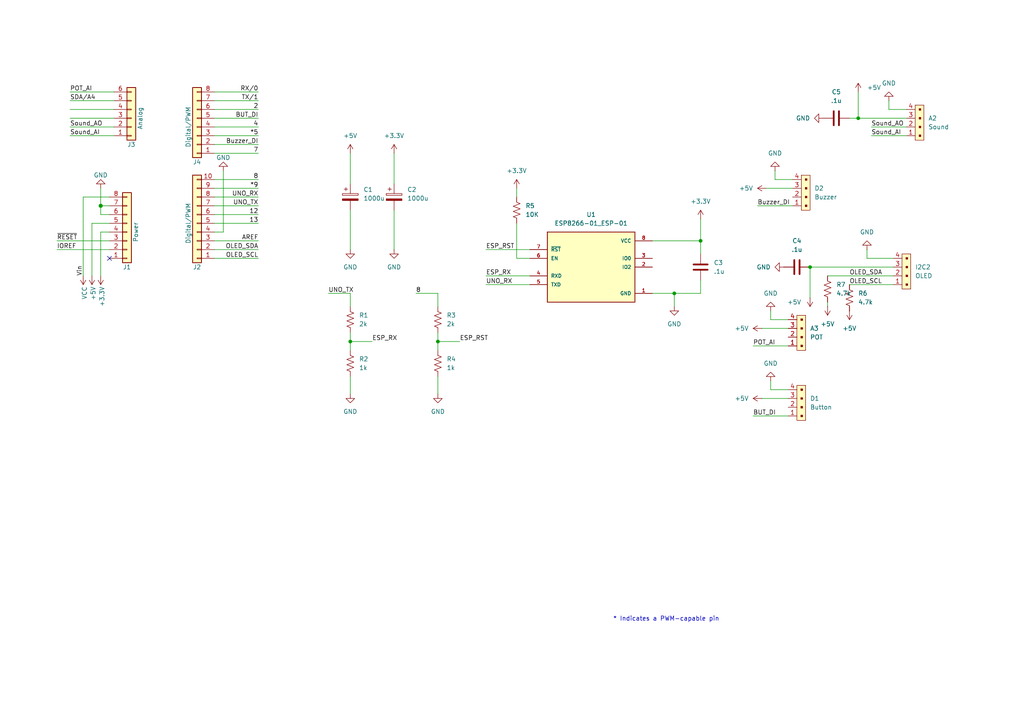
<source format=kicad_sch>
(kicad_sch (version 20231120) (generator "eeschema") (generator_version "8.0")
  (paper "A4")
  (title_block (date "mar. 31 mars 2015"))
  (lib_symbols
    (symbol "+5V_1" (power) (pin_numbers hide) (pin_names (offset 0) hide)
      (property "Value" "+5V" (at 0 3.556 0))
      (symbol "+5V_1_0_1"
        (polyline (pts (xy -0.762 1.27) (xy 0 2.54)))
        (polyline (pts (xy 0 0) (xy 0 2.54)))
        (polyline (pts (xy 0 2.54) (xy 0.762 1.27)))
      )
      (symbol "+5V_1_1_1"
        (pin power_in line (at 0 0 90) (length 0) (name "~") (number "1"))
      )
    )
    (symbol "Connector_Generic:Conn_01x06" (pin_names (offset 1.016) hide)
      (property "Reference" "J" (at 0 7.62 0))
      (property "Value" "Conn_01x06" (at 0 -10.16 0))
      (symbol "Conn_01x06_1_1"
        (rectangle (start -1.27 -7.493) (end 0 -7.747) (stroke (width 0.1524)))
        (rectangle (start -1.27 -4.953) (end 0 -5.207) (stroke (width 0.1524)))
        (rectangle (start -1.27 -2.413) (end 0 -2.667) (stroke (width 0.1524)))
        (rectangle (start -1.27 0.127) (end 0 -0.127) (stroke (width 0.1524)))
        (rectangle (start -1.27 2.667) (end 0 2.413) (stroke (width 0.1524)))
        (rectangle (start -1.27 5.207) (end 0 4.953) (stroke (width 0.1524)))
        (rectangle (start -1.27 6.35) (end 1.27 -8.89) (stroke (width 0.254)) (fill (type background)))
        (pin passive line (at -5.08 5.08 0) (length 3.81) (name "Pin_1") (number "1"))
        (pin passive line (at -5.08 2.54 0) (length 3.81) (name "Pin_2") (number "2"))
        (pin passive line (at -5.08 0 0) (length 3.81) (name "Pin_3") (number "3"))
        (pin passive line (at -5.08 -2.54 0) (length 3.81) (name "Pin_4") (number "4"))
        (pin passive line (at -5.08 -5.08 0) (length 3.81) (name "Pin_5") (number "5"))
        (pin passive line (at -5.08 -7.62 0) (length 3.81) (name "Pin_6") (number "6"))
      )
    )
    (symbol "Connector_Generic:Conn_01x08" (pin_names (offset 1.016) hide)
      (property "Reference" "J" (at 0 10.16 0))
      (property "Value" "Conn_01x08" (at 0 -12.7 0))
      (symbol "Conn_01x08_1_1"
        (rectangle (start -1.27 -10.033) (end 0 -10.287) (stroke (width 0.1524)))
        (rectangle (start -1.27 -7.493) (end 0 -7.747) (stroke (width 0.1524)))
        (rectangle (start -1.27 -4.953) (end 0 -5.207) (stroke (width 0.1524)))
        (rectangle (start -1.27 -2.413) (end 0 -2.667) (stroke (width 0.1524)))
        (rectangle (start -1.27 0.127) (end 0 -0.127) (stroke (width 0.1524)))
        (rectangle (start -1.27 2.667) (end 0 2.413) (stroke (width 0.1524)))
        (rectangle (start -1.27 5.207) (end 0 4.953) (stroke (width 0.1524)))
        (rectangle (start -1.27 7.747) (end 0 7.493) (stroke (width 0.1524)))
        (rectangle (start -1.27 8.89) (end 1.27 -11.43) (stroke (width 0.254)) (fill (type background)))
        (pin passive line (at -5.08 7.62 0) (length 3.81) (name "Pin_1") (number "1"))
        (pin passive line (at -5.08 5.08 0) (length 3.81) (name "Pin_2") (number "2"))
        (pin passive line (at -5.08 2.54 0) (length 3.81) (name "Pin_3") (number "3"))
        (pin passive line (at -5.08 0 0) (length 3.81) (name "Pin_4") (number "4"))
        (pin passive line (at -5.08 -2.54 0) (length 3.81) (name "Pin_5") (number "5"))
        (pin passive line (at -5.08 -5.08 0) (length 3.81) (name "Pin_6") (number "6"))
        (pin passive line (at -5.08 -7.62 0) (length 3.81) (name "Pin_7") (number "7"))
        (pin passive line (at -5.08 -10.16 0) (length 3.81) (name "Pin_8") (number "8"))
      )
    )
    (symbol "Connector_Generic:Conn_01x10" (pin_names (offset 1.016) hide)
      (property "Reference" "J" (at 0 12.7 0))
      (property "Value" "Conn_01x10" (at 0 -15.24 0))
      (symbol "Conn_01x10_1_1"
        (rectangle (start -1.27 -12.573) (end 0 -12.827) (stroke (width 0.1524)))
        (rectangle (start -1.27 -10.033) (end 0 -10.287) (stroke (width 0.1524)))
        (rectangle (start -1.27 -7.493) (end 0 -7.747) (stroke (width 0.1524)))
        (rectangle (start -1.27 -4.953) (end 0 -5.207) (stroke (width 0.1524)))
        (rectangle (start -1.27 -2.413) (end 0 -2.667) (stroke (width 0.1524)))
        (rectangle (start -1.27 0.127) (end 0 -0.127) (stroke (width 0.1524)))
        (rectangle (start -1.27 2.667) (end 0 2.413) (stroke (width 0.1524)))
        (rectangle (start -1.27 5.207) (end 0 4.953) (stroke (width 0.1524)))
        (rectangle (start -1.27 7.747) (end 0 7.493) (stroke (width 0.1524)))
        (rectangle (start -1.27 10.287) (end 0 10.033) (stroke (width 0.1524)))
        (rectangle (start -1.27 11.43) (end 1.27 -13.97) (stroke (width 0.254)) (fill (type background)))
        (pin passive line (at -5.08 10.16 0) (length 3.81) (name "Pin_1") (number "1"))
        (pin passive line (at -5.08 -12.7 0) (length 3.81) (name "Pin_10") (number "10"))
        (pin passive line (at -5.08 7.62 0) (length 3.81) (name "Pin_2") (number "2"))
        (pin passive line (at -5.08 5.08 0) (length 3.81) (name "Pin_3") (number "3"))
        (pin passive line (at -5.08 2.54 0) (length 3.81) (name "Pin_4") (number "4"))
        (pin passive line (at -5.08 0 0) (length 3.81) (name "Pin_5") (number "5"))
        (pin passive line (at -5.08 -2.54 0) (length 3.81) (name "Pin_6") (number "6"))
        (pin passive line (at -5.08 -5.08 0) (length 3.81) (name "Pin_7") (number "7"))
        (pin passive line (at -5.08 -7.62 0) (length 3.81) (name "Pin_8") (number "8"))
        (pin passive line (at -5.08 -10.16 0) (length 3.81) (name "Pin_9") (number "9"))
      )
    )
    (symbol "Device:C" (pin_numbers hide) (pin_names (offset 0.254))
      (property "Reference" "C" (at 0.635 2.54 0))
      (property "Value" "C" (at 0.635 -2.54 0))
      (symbol "C_0_1"
        (polyline (pts (xy -2.032 -0.762) (xy 2.032 -0.762)) (stroke (width 0.508)))
        (polyline (pts (xy -2.032 0.762) (xy 2.032 0.762)) (stroke (width 0.508)))
      )
      (symbol "C_1_1"
        (pin passive line (at 0 3.81 270) (length 2.794) (name "~") (number "1"))
        (pin passive line (at 0 -3.81 90) (length 2.794) (name "~") (number "2"))
      )
    )
    (symbol "Device:C_Polarized" (pin_numbers hide) (pin_names (offset 0.254))
      (property "Reference" "C" (at 0.635 2.54 0))
      (property "Value" "C_Polarized" (at 0.635 -2.54 0))
      (symbol "C_Polarized_0_1"
        (rectangle (start -2.286 0.508) (end 2.286 1.016))
        (polyline (pts (xy -1.778 2.286) (xy -0.762 2.286)))
        (polyline (pts (xy -1.27 2.794) (xy -1.27 1.778)))
        (rectangle (start 2.286 -0.508) (end -2.286 -1.016) (fill (type outline)))
      )
      (symbol "C_Polarized_1_1"
        (pin passive line (at 0 3.81 270) (length 2.794) (name "~") (number "1"))
        (pin passive line (at 0 -3.81 90) (length 2.794) (name "~") (number "2"))
      )
    )
    (symbol "Device:R_US" (pin_numbers hide) (pin_names (offset 0))
      (property "Reference" "R" (at 2.54 0 90))
      (property "Value" "R_US" (at -2.54 0 90))
      (symbol "R_US_0_1"
        (polyline (pts (xy 0 -2.286) (xy 0 -2.54)))
        (polyline (pts (xy 0 2.286) (xy 0 2.54)))
        (polyline (pts (xy 0 -0.762) (xy 1.016 -1.143) (xy 0 -1.524) (xy -1.016 -1.905) (xy 0 -2.286)))
        (polyline (pts (xy 0 0.762) (xy 1.016 0.381) (xy 0 0) (xy -1.016 -0.381) (xy 0 -0.762)))
        (polyline (pts (xy 0 2.286) (xy 1.016 1.905) (xy 0 1.524) (xy -1.016 1.143) (xy 0 0.762)))
      )
      (symbol "R_US_1_1"
        (pin passive line (at 0 3.81 270) (length 1.27) (name "~") (number "1"))
        (pin passive line (at 0 -3.81 90) (length 1.27) (name "~") (number "2"))
      )
    )
    (symbol "ESP8266-01_ESP-01:ESP8266-01_ESP-01" (pin_names (offset 1.016))
      (property "Reference" "U" (at -12.7094 10.6778 0))
      (property "Value" "ESP8266-01_ESP-01" (at -12.7131 -12.7131 0))
      (symbol "ESP8266-01_ESP-01_0_0"
        (rectangle (start -12.7 -10.16) (end 12.7 10.16) (stroke (width 0.254)) (fill (type background)))
        (pin power_in line (at 17.78 -7.62 180) (length 5.08) (name "GND") (number "1"))
        (pin bidirectional line (at 17.78 0 180) (length 5.08) (name "IO2") (number "2"))
        (pin bidirectional line (at 17.78 2.54 180) (length 5.08) (name "IO0") (number "3"))
        (pin input line (at -17.78 -2.54 0) (length 5.08) (name "RXD") (number "4"))
        (pin output line (at -17.78 -5.08 0) (length 5.08) (name "TXD") (number "5"))
        (pin input line (at -17.78 2.54 0) (length 5.08) (name "EN") (number "6"))
        (pin input line (at -17.78 5.08 0) (length 5.08) (name "~{RST}") (number "7"))
        (pin power_in line (at 17.78 7.62 180) (length 5.08) (name "VCC") (number "8"))
      )
    )
    (symbol "GND_1" (power) (pin_numbers hide) (pin_names (offset 0) hide)
      (property "Value" "GND" (at 0 -3.81 0))
      (symbol "GND_1_0_1"
        (polyline (pts (xy 0 0) (xy 0 -1.27) (xy 1.27 -1.27) (xy 0 -2.54) (xy -1.27 -1.27) (xy 0 -1.27)))
      )
      (symbol "GND_1_1_1"
        (pin power_in line (at 0 0 270) (length 0) (name "~") (number "1"))
      )
    )
    (symbol "GND_2" (power) (pin_numbers hide) (pin_names (offset 0) hide)
      (property "Value" "GND" (at 0 -3.81 0))
      (symbol "GND_2_0_1"
        (polyline (pts (xy 0 0) (xy 0 -1.27) (xy 1.27 -1.27) (xy 0 -2.54) (xy -1.27 -1.27) (xy 0 -1.27)))
      )
      (symbol "GND_2_1_1"
        (pin power_in line (at 0 0 270) (length 0) (name "~") (number "1"))
      )
    )
    (symbol "GND_3" (power) (pin_numbers hide) (pin_names (offset 0) hide)
      (property "Value" "GND" (at 0 -3.81 0))
      (symbol "GND_3_0_1"
        (polyline (pts (xy 0 0) (xy 0 -1.27) (xy 1.27 -1.27) (xy 0 -2.54) (xy -1.27 -1.27) (xy 0 -1.27)))
      )
      (symbol "GND_3_1_1"
        (pin power_in line (at 0 0 270) (length 0) (name "~") (number "1"))
      )
    )
    (symbol "dk_Rectangular-Connectors-Headers-Male-Pins:B4B-PH-K-S_LF__SN_" (pin_names (offset 1.016))
      (property "Reference" "J" (at -2.54 -1.27 0))
      (property "Value" "B4B-PH-K-S_LF__SN_" (at 3.81 -3.81 0))
      (symbol "B4B-PH-K-S_LF__SN__1_1"
        (rectangle (start -1.27 0) (end 8.89 -2.54) (fill (type background)))
        (rectangle (start -0.254 -1.143) (end 0.254 -1.651) (fill (type outline)))
        (rectangle (start 2.286 -1.143) (end 2.794 -1.651) (fill (type outline)))
        (rectangle (start 4.826 -1.143) (end 5.334 -1.651) (fill (type outline)))
        (rectangle (start 7.366 -1.143) (end 7.874 -1.651) (fill (type outline)))
        (pin passive line (at 0 2.54 270) (length 2.54) (name "~") (number "1"))
        (pin passive line (at 2.54 2.54 270) (length 2.54) (name "~") (number "2"))
        (pin passive line (at 5.08 2.54 270) (length 2.54) (name "~") (number "3"))
        (pin passive line (at 7.62 2.54 270) (length 2.54) (name "~") (number "4"))
      )
    )
    (symbol "power:+3.3V" (power) (pin_numbers hide) (pin_names (offset 0) hide)
      (property "Value" "+3.3V" (at 0 3.556 0))
      (symbol "+3.3V_0_1"
        (polyline (pts (xy -0.762 1.27) (xy 0 2.54)))
        (polyline (pts (xy 0 0) (xy 0 2.54)))
        (polyline (pts (xy 0 2.54) (xy 0.762 1.27)))
      )
      (symbol "+3.3V_1_1"
        (pin power_in line (at 0 0 90) (length 0) (name "~") (number "1"))
      )
    )
    (symbol "power:+3V3" (power) (pin_names (offset 0))
      (property "Value" "+3V3" (at 0 3.556 0))
      (symbol "+3V3_0_1"
        (polyline (pts (xy -0.762 1.27) (xy 0 2.54)))
        (polyline (pts (xy 0 0) (xy 0 2.54)))
        (polyline (pts (xy 0 2.54) (xy 0.762 1.27)))
      )
      (symbol "+3V3_1_1"
        (pin power_in line (at 0 0 90) (length 0) hide (name "+3V3") (number "1"))
      )
    )
    (symbol "power:+5V" (power) (pin_names (offset 0))
      (property "Value" "+5V" (at 0 3.556 0))
      (symbol "+5V_0_1"
        (polyline (pts (xy -0.762 1.27) (xy 0 2.54)))
        (polyline (pts (xy 0 0) (xy 0 2.54)))
        (polyline (pts (xy 0 2.54) (xy 0.762 1.27)))
      )
      (symbol "+5V_1_1"
        (pin power_in line (at 0 0 90) (length 0) hide (name "+5V") (number "1"))
      )
    )
    (symbol "power:GND" (power) (pin_names (offset 0))
      (property "Value" "GND" (at 0 -3.81 0))
      (symbol "GND_0_1"
        (polyline (pts (xy 0 0) (xy 0 -1.27) (xy 1.27 -1.27) (xy 0 -2.54) (xy -1.27 -1.27) (xy 0 -1.27)))
      )
      (symbol "GND_1_1"
        (pin power_in line (at 0 0 270) (length 0) hide (name "GND") (number "1"))
      )
    )
    (symbol "power:VCC" (power) (pin_names (offset 0))
      (property "Value" "VCC" (at 0 3.81 0))
      (symbol "VCC_0_1"
        (polyline (pts (xy -0.762 1.27) (xy 0 2.54)))
        (polyline (pts (xy 0 0) (xy 0 2.54)))
        (polyline (pts (xy 0 2.54) (xy 0.762 1.27)))
      )
      (symbol "VCC_1_1"
        (pin power_in line (at 0 0 90) (length 0) hide (name "VCC") (number "1"))
      )
    )
  )
  (junction (at 248.92 34.29))
  (junction (at 195.58 85.09))
  (junction (at 234.95 77.47))
  (junction (at 29.21 59.69) (diameter 1.016))
  (junction (at 203.2 69.85))
  (junction (at 101.6 99.06))
  (junction (at 127 99.06))
  (no_connect (at 31.75 74.93))
  (wire (pts (xy 62.23 26.67) (xy 74.93 26.67)))
  (wire (pts (xy 149.86 54.61) (xy 149.86 57.15)))
  (wire (pts (xy 203.2 69.85) (xy 203.2 73.66)))
  (wire (pts (xy 189.23 85.09) (xy 195.58 85.09)))
  (wire (pts (xy 149.86 74.93) (xy 153.67 74.93)))
  (wire (pts (xy 62.23 57.15) (xy 74.93 57.15)))
  (wire (pts (xy 127 109.22) (xy 127 114.3)))
  (wire (pts (xy 62.23 74.93) (xy 74.93 74.93)))
  (wire (pts (xy 218.44 100.33) (xy 228.6 100.33)))
  (wire (pts (xy 248.92 34.29) (xy 262.89 34.29)))
  (wire (pts (xy 29.21 62.23) (xy 29.21 59.69)))
  (wire (pts (xy 20.32 26.67) (xy 33.02 26.67)))
  (wire (pts (xy 240.03 80.01) (xy 259.08 80.01)))
  (wire (pts (xy 223.52 92.71) (xy 223.52 90.17)))
  (wire (pts (xy 203.2 63.5) (xy 203.2 69.85)))
  (wire (pts (xy 220.98 95.25) (xy 228.6 95.25)))
  (wire (pts (xy 29.21 59.69) (xy 29.21 54.61)))
  (wire (pts (xy 252.73 36.83) (xy 262.89 36.83)))
  (wire (pts (xy 101.6 88.9) (xy 101.6 85.09)))
  (wire (pts (xy 29.21 67.31) (xy 31.75 67.31)))
  (wire (pts (xy 26.67 64.77) (xy 31.75 64.77)))
  (wire (pts (xy 26.67 80.01) (xy 26.67 64.77)))
  (wire (pts (xy 257.81 31.75) (xy 257.81 29.21)))
  (wire (pts (xy 101.6 96.52) (xy 101.6 99.06)))
  (wire (pts (xy 229.87 52.07) (xy 224.79 52.07)))
  (wire (pts (xy 114.3 60.96) (xy 114.3 72.39)))
  (wire (pts (xy 62.23 64.77) (xy 74.93 64.77)))
  (wire (pts (xy 29.21 80.01) (xy 29.21 67.31)))
  (wire (pts (xy 222.25 54.61) (xy 229.87 54.61)))
  (wire (pts (xy 62.23 44.45) (xy 74.93 44.45)))
  (wire (pts (xy 33.02 39.37) (xy 20.32 39.37)))
  (wire (pts (xy 62.23 62.23) (xy 74.93 62.23)))
  (wire (pts (xy 101.6 60.96) (xy 101.6 72.39)))
  (wire (pts (xy 62.23 41.91) (xy 74.93 41.91)))
  (wire (pts (xy 251.46 74.93) (xy 259.08 74.93)))
  (wire (pts (xy 240.03 87.63) (xy 240.03 88.9)))
  (wire (pts (xy 62.23 54.61) (xy 74.93 54.61)))
  (wire (pts (xy 203.2 69.85) (xy 189.23 69.85)))
  (wire (pts (xy 127 88.9) (xy 127 85.09)))
  (wire (pts (xy 62.23 36.83) (xy 74.93 36.83)))
  (wire (pts (xy 246.38 34.29) (xy 248.92 34.29)))
  (wire (pts (xy 95.25 85.09) (xy 101.6 85.09)))
  (wire (pts (xy 114.3 53.34) (xy 114.3 44.45)))
  (wire (pts (xy 16.51 72.39) (xy 31.75 72.39)))
  (wire (pts (xy 101.6 99.06) (xy 107.95 99.06)))
  (wire (pts (xy 127 99.06) (xy 133.35 99.06)))
  (wire (pts (xy 64.77 67.31) (xy 64.77 49.53)))
  (wire (pts (xy 248.92 26.67) (xy 248.92 34.29)))
  (wire (pts (xy 62.23 69.85) (xy 74.93 69.85)))
  (wire (pts (xy 251.46 74.93) (xy 251.46 72.39)))
  (wire (pts (xy 33.02 34.29) (xy 20.32 34.29)))
  (wire (pts (xy 16.51 69.85) (xy 31.75 69.85)))
  (wire (pts (xy 101.6 109.22) (xy 101.6 114.3)))
  (wire (pts (xy 140.97 82.55) (xy 153.67 82.55)))
  (wire (pts (xy 31.75 59.69) (xy 29.21 59.69)))
  (wire (pts (xy 140.97 72.39) (xy 153.67 72.39)))
  (wire (pts (xy 127 99.06) (xy 127 101.6)))
  (wire (pts (xy 223.52 92.71) (xy 228.6 92.71)))
  (wire (pts (xy 127 96.52) (xy 127 99.06)))
  (wire (pts (xy 140.97 80.01) (xy 153.67 80.01)))
  (wire (pts (xy 31.75 57.15) (xy 24.13 57.15)))
  (wire (pts (xy 262.89 31.75) (xy 257.81 31.75)))
  (wire (pts (xy 223.52 113.03) (xy 223.52 110.49)))
  (wire (pts (xy 20.32 36.83) (xy 33.02 36.83)))
  (wire (pts (xy 149.86 64.77) (xy 149.86 74.93)))
  (wire (pts (xy 62.23 67.31) (xy 64.77 67.31)))
  (wire (pts (xy 234.95 86.36) (xy 234.95 77.47)))
  (wire (pts (xy 246.38 82.55) (xy 259.08 82.55)))
  (wire (pts (xy 31.75 62.23) (xy 29.21 62.23)))
  (wire (pts (xy 62.23 59.69) (xy 74.93 59.69)))
  (wire (pts (xy 220.98 115.57) (xy 228.6 115.57)))
  (wire (pts (xy 62.23 39.37) (xy 74.93 39.37)))
  (wire (pts (xy 20.32 31.75) (xy 33.02 31.75)))
  (wire (pts (xy 234.95 77.47) (xy 259.08 77.47)))
  (wire (pts (xy 120.65 85.09) (xy 127 85.09)))
  (wire (pts (xy 195.58 85.09) (xy 195.58 88.9)))
  (wire (pts (xy 218.44 120.65) (xy 228.6 120.65)))
  (wire (pts (xy 203.2 85.09) (xy 195.58 85.09)))
  (wire (pts (xy 252.73 39.37) (xy 262.89 39.37)))
  (wire (pts (xy 62.23 72.39) (xy 74.93 72.39)))
  (wire (pts (xy 101.6 44.45) (xy 101.6 53.34)))
  (wire (pts (xy 62.23 31.75) (xy 74.93 31.75)))
  (wire (pts (xy 62.23 34.29) (xy 74.93 34.29)))
  (wire (pts (xy 203.2 81.28) (xy 203.2 85.09)))
  (wire (pts (xy 219.71 59.69) (xy 229.87 59.69)))
  (wire (pts (xy 224.79 52.07) (xy 224.79 49.53)))
  (wire (pts (xy 62.23 29.21) (xy 74.93 29.21)))
  (wire (pts (xy 228.6 113.03) (xy 223.52 113.03)))
  (wire (pts (xy 24.13 57.15) (xy 24.13 80.01)))
  (wire (pts (xy 33.02 29.21) (xy 20.32 29.21)))
  (wire (pts (xy 101.6 99.06) (xy 101.6 101.6)))
  (wire (pts (xy 62.23 52.07) (xy 74.93 52.07)))
  (text "* Indicates a PWM-capable pin" (at 177.8 180.34 0) (effects (font (size 1.27 1.27)) (justify left bottom)))
  (label "RX{slash}0" (at 74.93 26.67 180))
  (label "ESP_RX" (at 107.95 99.06 0))
  (label "Sound_AO" (at 252.73 36.83 0))
  (label "4" (at 74.93 36.83 180))
  (label "2" (at 74.93 31.75 180))
  (label "ESP_RX" (at 140.97 80.01 0))
  (label "13" (at 74.93 64.77 180))
  (label "8" (at 120.65 85.09 0))
  (label "12" (at 74.93 62.23 180))
  (label "~{RESET}" (at 16.51 69.85 0))
  (label "UNO_RX" (at 74.93 57.15 180))
  (label "ESP_RST" (at 140.97 72.39 0))
  (label "ESP_RST" (at 133.35 99.06 0))
  (label "OLED_SDA" (at 246.38 80.01 0))
  (label "POT_AI" (at 218.44 100.33 0))
  (label "Sound_AO" (at 20.32 36.83 0))
  (label "Sound_AI" (at 252.73 39.37 0))
  (label "BUT_DI" (at 218.44 120.65 0))
  (label "7" (at 74.93 44.45 180))
  (label "OLED_SDA" (at 74.93 72.39 180))
  (label "8" (at 74.93 52.07 180))
  (label "Buzzer_DI" (at 219.71 59.69 0))
  (label "UNO_TX" (at 74.93 59.69 180))
  (label "BUT_DI" (at 74.93 34.29 180))
  (label "TX{slash}1" (at 74.93 29.21 180))
  (label "UNO_RX" (at 140.97 82.55 0))
  (label "AREF" (at 74.93 69.85 180))
  (label "POT_AI" (at 20.32 26.67 0))
  (label "Vin" (at 24.13 80.01 90))
  (label "Buzzer_DI" (at 74.93 41.91 180))
  (label "OLED_SCL" (at 74.93 74.93 180))
  (label "*9" (at 74.93 54.61 180))
  (label "UNO_TX" (at 95.25 85.09 0))
  (label "*5" (at 74.93 39.37 180))
  (label "IOREF" (at 16.51 72.39 0))
  (label "Sound_AI" (at 20.32 39.37 0))
  (label "SDA{slash}A4" (at 20.32 29.21 0))
  (label "OLED_SCL" (at 246.38 82.55 0))
  (symbol (lib_id "Connector_Generic:Conn_01x08") (at 36.83 67.31 0) (mirror x) (unit 1)
    (property "Reference" "J1" (at 36.83 77.47 0))
    (property "Value" "Power" (at 39.37 67.31 90))
    (property "Footprint" "Connector_PinSocket_2.54mm:PinSocket_1x08_P2.54mm_Vertical" (effects (hide yes)))
  )
  (symbol (lib_id "power:+3V3") (at 29.21 80.01 0) (mirror x) (unit 1)
    (property "Reference" "#PWR03" (effects (hide yes)))
    (property "Value" "+3.3V" (at 29.591 83.058 90) (effects (justify left)))
  )
  (symbol (lib_id "power:+5V") (at 26.67 80.01 0) (mirror x) (unit 1)
    (property "Reference" "#PWR02" (effects (hide yes)))
    (property "Value" "+5V" (at 27.0256 83.058 90) (effects (justify left)))
  )
  (symbol (lib_id "power:GND") (at 29.21 54.61 0) (mirror x) (unit 1)
    (property "Reference" "#PWR04" (effects (hide yes)))
    (property "Value" "GND" (at 29.21 50.8 0))
  )
  (symbol (lib_id "Connector_Generic:Conn_01x10") (at 57.15 64.77 180) (unit 1)
    (property "Reference" "J2" (at 57.15 77.47 0))
    (property "Value" "Digital/PWM" (at 54.61 64.77 90))
    (property "Footprint" "Connector_PinSocket_2.54mm:PinSocket_1x10_P2.54mm_Vertical" (effects (hide yes)))
  )
  (symbol (lib_id "power:GND") (at 64.77 49.53 0) (mirror x) (unit 1)
    (property "Reference" "#PWR05" (effects (hide yes)))
    (property "Value" "GND" (at 64.77 45.72 0))
  )
  (symbol (lib_id "Connector_Generic:Conn_01x06") (at 38.1 34.29 0) (mirror x) (unit 1)
    (property "Reference" "J3" (at 38.1 41.91 0))
    (property "Value" "Analog" (at 40.64 34.29 90))
    (property "Footprint" "Connector_PinSocket_2.54mm:PinSocket_1x06_P2.54mm_Vertical" (effects (hide yes)))
  )
  (symbol (lib_id "Connector_Generic:Conn_01x08") (at 57.15 36.83 180) (unit 1)
    (property "Reference" "J4" (at 57.15 46.99 0))
    (property "Value" "Digital/PWM" (at 54.61 36.83 90))
    (property "Footprint" "Connector_PinSocket_2.54mm:PinSocket_1x08_P2.54mm_Vertical" (effects (hide yes)))
  )
  (symbol (lib_name "+5V_1") (lib_id "power:+5V") (at 222.25 54.61 90) (mirror x) (unit 1)
    (property "Reference" "#PWR015" (effects (hide yes)))
    (property "Value" "+5V" (at 218.44 54.6101 90) (effects (justify left)))
    (property "Description" "Power symbol creates a global label with name \"+5V\"" (effects (hide yes)))
  )
  (symbol (lib_name "GND_1") (lib_id "power:GND") (at 127 114.3 0) (unit 1)
    (property "Reference" "#PWR014" (effects (hide yes)))
    (property "Value" "GND" (at 127 119.38 0))
    (property "Description" "Power symbol creates a global label with name \"GND\" , ground" (effects (hide yes)))
  )
  (symbol (lib_name "GND_3") (lib_id "power:GND") (at 223.52 110.49 0) (mirror x) (unit 1)
    (property "Reference" "#PWR024" (effects (hide yes)))
    (property "Value" "GND" (at 223.52 105.41 0))
    (property "Description" "Power symbol creates a global label with name \"GND\" , ground" (effects (hide yes)))
  )
  (symbol (lib_id "Device:C_Polarized") (at 114.3 57.15 0) (unit 1)
    (property "Reference" "C2" (at 118.11 54.9909 0) (effects (justify left)))
    (property "Value" "1000u" (at 118.11 57.5309 0) (effects (justify left)))
    (property "Footprint" "Capacitor_THT:CP_Radial_D10.0mm_P5.00mm" (effects (hide yes)))
    (property "Description" "Polarized capacitor" (effects (hide yes)))
  )
  (symbol (lib_name "GND_1") (lib_id "power:GND") (at 114.3 72.39 0) (unit 1)
    (property "Reference" "#PWR09" (effects (hide yes)))
    (property "Value" "GND" (at 114.3 77.47 0))
    (property "Description" "Power symbol creates a global label with name \"GND\" , ground" (effects (hide yes)))
  )
  (symbol (lib_name "+5V_1") (lib_id "power:+5V") (at 220.98 115.57 90) (mirror x) (unit 1)
    (property "Reference" "#PWR023" (effects (hide yes)))
    (property "Value" "+5V" (at 217.17 115.5701 90) (effects (justify left)))
    (property "Description" "Power symbol creates a global label with name \"+5V\"" (effects (hide yes)))
  )
  (symbol (lib_id "Device:R_US") (at 101.6 105.41 0) (unit 1)
    (property "Reference" "R2" (at 104.14 104.1399 0) (effects (justify left)))
    (property "Value" "1k" (at 104.14 106.6799 0) (effects (justify left)))
    (property "Footprint" "Resistor_THT:R_Axial_DIN0207_L6.3mm_D2.5mm_P10.16mm_Horizontal" (effects (hide yes)))
    (property "Description" "Resistor, US symbol" (effects (hide yes)))
  )
  (symbol (lib_id "power:+3.3V") (at 203.2 63.5 0) (unit 1)
    (property "Reference" "#PWR012" (effects (hide yes)))
    (property "Value" "+3.3V" (at 203.2 58.42 0))
    (property "Description" "Power symbol creates a global label with name \"+3.3V\"" (effects (hide yes)))
  )
  (symbol (lib_id "Device:R_US") (at 240.03 83.82 0) (unit 1)
    (property "Reference" "R7" (at 242.57 82.5499 0) (effects (justify left)))
    (property "Value" "4.7k" (at 242.57 85.0899 0) (effects (justify left)))
    (property "Footprint" "Resistor_THT:R_Axial_DIN0207_L6.3mm_D2.5mm_P10.16mm_Horizontal" (effects (hide yes)))
    (property "Description" "Resistor, US symbol" (effects (hide yes)))
  )
  (symbol (lib_name "GND_3") (lib_id "power:GND") (at 257.81 29.21 0) (mirror x) (unit 1)
    (property "Reference" "#PWR020" (effects (hide yes)))
    (property "Value" "GND" (at 257.81 24.13 0))
    (property "Description" "Power symbol creates a global label with name \"GND\" , ground" (effects (hide yes)))
  )
  (symbol (lib_id "Device:R_US") (at 127 92.71 0) (unit 1)
    (property "Reference" "R3" (at 129.54 91.4399 0) (effects (justify left)))
    (property "Value" "2k" (at 129.54 93.9799 0) (effects (justify left)))
    (property "Footprint" "Resistor_THT:R_Axial_DIN0207_L6.3mm_D2.5mm_P10.16mm_Horizontal" (effects (hide yes)))
    (property "Description" "Resistor, US symbol" (effects (hide yes)))
  )
  (symbol (lib_id "dk_Rectangular-Connectors-Headers-Male-Pins:B4B-PH-K-S_LF__SN_") (at 231.14 120.65 90) (unit 1)
    (property "Reference" "D1" (at 234.95 115.5699 90) (effects (justify right)))
    (property "Value" "Button" (at 234.95 118.1099 90) (effects (justify right)))
    (property "Footprint" "digikey-footprints:PinHeader_1x4_P2mm_Drill1mm" (effects (hide yes)))
    (property "Datasheet" "http://www.jst-mfg.com/product/pdf/eng/ePH.pdf" (effects (hide yes)))
    (property "Description" "CONN HEADER VERT 4POS 2MM" (effects (hide yes)))
    (property "MPN" "B4B-PH-K-S(LF)(SN)" (effects (hide yes)))
    (property "Category" "Connectors, Interconnects" (effects (hide yes)))
    (property "Family" "Rectangular Connectors - Headers, Male Pins" (effects (hide yes)))
    (property "DK_Datasheet_Link" "http://www.jst-mfg.com/product/pdf/eng/ePH.pdf" (effects (hide yes)))
    (property "DK_Detail_Page" "/product-detail/en/jst-sales-america-inc/B4B-PH-K-S(LF)(SN)/455-1706-ND/926613" (effects (hide yes)))
    (property "Description_1" "CONN HEADER VERT 4POS 2MM" (effects (hide yes)))
    (property "Manufacturer" "JST Sales America Inc." (effects (hide yes)))
    (property "Status" "Active" (effects (hide yes)))
  )
  (symbol (lib_name "+5V_1") (lib_id "power:+5V") (at 220.98 95.25 90) (mirror x) (unit 1)
    (property "Reference" "#PWR021" (effects (hide yes)))
    (property "Value" "+5V" (at 217.17 95.2501 90) (effects (justify left)))
    (property "Description" "Power symbol creates a global label with name \"+5V\"" (effects (hide yes)))
  )
  (symbol (lib_id "Device:R_US") (at 246.38 86.36 0) (unit 1)
    (property "Reference" "R6" (at 248.92 85.0899 0) (effects (justify left)))
    (property "Value" "4.7k" (at 248.92 87.6299 0) (effects (justify left)))
    (property "Footprint" "Resistor_THT:R_Axial_DIN0207_L6.3mm_D2.5mm_P10.16mm_Horizontal" (effects (hide yes)))
    (property "Description" "Resistor, US symbol" (effects (hide yes)))
  )
  (symbol (lib_id "dk_Rectangular-Connectors-Headers-Male-Pins:B4B-PH-K-S_LF__SN_") (at 261.62 82.55 90) (unit 1)
    (property "Reference" "I2C2" (at 265.43 77.4699 90) (effects (justify right)))
    (property "Value" "OLED" (at 265.43 80.0099 90) (effects (justify right)))
    (property "Footprint" "digikey-footprints:PinHeader_1x4_P2mm_Drill1mm" (effects (hide yes)))
    (property "Datasheet" "http://www.jst-mfg.com/product/pdf/eng/ePH.pdf" (effects (hide yes)))
    (property "Description" "CONN HEADER VERT 4POS 2MM" (effects (hide yes)))
    (property "MPN" "B4B-PH-K-S(LF)(SN)" (effects (hide yes)))
    (property "Category" "Connectors, Interconnects" (effects (hide yes)))
    (property "Family" "Rectangular Connectors - Headers, Male Pins" (effects (hide yes)))
    (property "DK_Datasheet_Link" "http://www.jst-mfg.com/product/pdf/eng/ePH.pdf" (effects (hide yes)))
    (property "DK_Detail_Page" "/product-detail/en/jst-sales-america-inc/B4B-PH-K-S(LF)(SN)/455-1706-ND/926613" (effects (hide yes)))
    (property "Description_1" "CONN HEADER VERT 4POS 2MM" (effects (hide yes)))
    (property "Manufacturer" "JST Sales America Inc." (effects (hide yes)))
    (property "Status" "Active" (effects (hide yes)))
  )
  (symbol (lib_id "power:VCC") (at 24.13 80.01 0) (mirror x) (unit 1)
    (property "Reference" "#PWR01" (effects (hide yes)))
    (property "Value" "VCC" (at 24.511 83.058 90) (effects (justify left)))
  )
  (symbol (lib_id "Device:R_US") (at 101.6 92.71 0) (unit 1)
    (property "Reference" "R1" (at 104.14 91.4399 0) (effects (justify left)))
    (property "Value" "2k" (at 104.14 93.9799 0) (effects (justify left)))
    (property "Footprint" "Resistor_THT:R_Axial_DIN0207_L6.3mm_D2.5mm_P10.16mm_Horizontal" (effects (hide yes)))
    (property "Description" "Resistor, US symbol" (effects (hide yes)))
  )
  (symbol (lib_name "+5V_1") (lib_id "power:+5V") (at 234.95 86.36 0) (mirror x) (unit 1)
    (property "Reference" "#PWR017" (effects (hide yes)))
    (property "Value" "+5V" (at 232.41 87.6299 0) (effects (justify right)))
    (property "Description" "Power symbol creates a global label with name \"+5V\"" (effects (hide yes)))
  )
  (symbol (lib_name "+5V_1") (lib_id "power:+5V") (at 248.92 26.67 0) (mirror y) (unit 1)
    (property "Reference" "#PWR019" (effects (hide yes)))
    (property "Value" "+5V" (at 251.46 25.3999 0) (effects (justify right)))
    (property "Description" "Power symbol creates a global label with name \"+5V\"" (effects (hide yes)))
  )
  (symbol (lib_id "dk_Rectangular-Connectors-Headers-Male-Pins:B4B-PH-K-S_LF__SN_") (at 231.14 100.33 90) (unit 1)
    (property "Reference" "A3" (at 234.95 95.2499 90) (effects (justify right)))
    (property "Value" "POT" (at 234.95 97.7899 90) (effects (justify right)))
    (property "Footprint" "digikey-footprints:PinHeader_1x4_P2mm_Drill1mm" (effects (hide yes)))
    (property "Datasheet" "http://www.jst-mfg.com/product/pdf/eng/ePH.pdf" (effects (hide yes)))
    (property "Description" "CONN HEADER VERT 4POS 2MM" (effects (hide yes)))
    (property "MPN" "B4B-PH-K-S(LF)(SN)" (effects (hide yes)))
    (property "Category" "Connectors, Interconnects" (effects (hide yes)))
    (property "Family" "Rectangular Connectors - Headers, Male Pins" (effects (hide yes)))
    (property "DK_Datasheet_Link" "http://www.jst-mfg.com/product/pdf/eng/ePH.pdf" (effects (hide yes)))
    (property "DK_Detail_Page" "/product-detail/en/jst-sales-america-inc/B4B-PH-K-S(LF)(SN)/455-1706-ND/926613" (effects (hide yes)))
    (property "Description_1" "CONN HEADER VERT 4POS 2MM" (effects (hide yes)))
    (property "Manufacturer" "JST Sales America Inc." (effects (hide yes)))
    (property "Status" "Active" (effects (hide yes)))
  )
  (symbol (lib_name "+5V_1") (lib_id "power:+5V") (at 101.6 44.45 0) (unit 1)
    (property "Reference" "#PWR07" (effects (hide yes)))
    (property "Value" "+5V" (at 101.6 39.37 0))
    (property "Description" "Power symbol creates a global label with name \"+5V\"" (effects (hide yes)))
  )
  (symbol (lib_name "GND_3") (lib_id "power:GND") (at 238.76 34.29 270) (mirror x) (unit 1)
    (property "Reference" "#PWR028" (effects (hide yes)))
    (property "Value" "GND" (at 234.95 34.2899 90) (effects (justify right)))
    (property "Description" "Power symbol creates a global label with name \"GND\" , ground" (effects (hide yes)))
  )
  (symbol (lib_id "ESP8266-01_ESP-01:ESP8266-01_ESP-01") (at 171.45 77.47 0) (unit 1)
    (property "Reference" "U1" (at 171.45 62.23 0))
    (property "Value" "ESP8266-01_ESP-01" (at 171.45 64.77 0))
    (property "Footprint" "ESP8266-01_ESP-01:XCVR_ESP8266-01_ESP-01" (effects (hide yes)))
    (property "MF" "AI-Thinker" (effects (hide yes)))
    (property "MAXIMUM_PACKAGE_HEIGHT" "11.2 mm" (effects (hide yes)))
    (property "Package" "Non-Standard AI-Thinker" (effects (hide yes)))
    (property "Price" "None" (effects (hide yes)))
    (property "Check_prices" "https://www.snapeda.com/parts/ESP8266-01/ESP-01/AI-Thinker/view-part/?ref=eda" (effects (hide yes)))
    (property "STANDARD" "Manufacturer recommendations or IPC 7351B" (effects (hide yes)))
    (property "PARTREV" "V1.2" (effects (hide yes)))
    (property "SnapEDA_Link" "https://www.snapeda.com/parts/ESP8266-01/ESP-01/AI-Thinker/view-part/?ref=snap" (effects (hide yes)))
    (property "MP" "ESP8266-01/ESP-01" (effects (hide yes)))
    (property "Description_1" "\nMakerFocus 4pcs ESP8266 ESP-01 Serial Wireless WiFi Transceiver Receiver Module 1MB SPI Flash DC3.0-3.6V Internet of Things WiFi Module Board Compatible with Ar duino\n" (effects (hide yes)))
    (property "Availability" "Not in stock" (effects (hide yes)))
    (property "MANUFACTURER" "AI-Thinker" (effects (hide yes)))
  )
  (symbol (lib_name "GND_3") (lib_id "power:GND") (at 223.52 90.17 0) (mirror x) (unit 1)
    (property "Reference" "#PWR022" (effects (hide yes)))
    (property "Value" "GND" (at 223.52 85.09 0))
    (property "Description" "Power symbol creates a global label with name \"GND\" , ground" (effects (hide yes)))
  )
  (symbol (lib_id "Device:R_US") (at 149.86 60.96 0) (unit 1)
    (property "Reference" "R5" (at 152.4 59.6899 0) (effects (justify left)))
    (property "Value" "10K" (at 152.4 62.2299 0) (effects (justify left)))
    (property "Footprint" "Resistor_THT:R_Axial_DIN0207_L6.3mm_D2.5mm_P10.16mm_Horizontal" (effects (hide yes)))
    (property "Description" "Resistor, US symbol" (effects (hide yes)))
  )
  (symbol (lib_id "Device:C_Polarized") (at 101.6 57.15 0) (unit 1)
    (property "Reference" "C1" (at 105.41 54.9909 0) (effects (justify left)))
    (property "Value" "1000u" (at 105.41 57.5309 0) (effects (justify left)))
    (property "Footprint" "Capacitor_THT:CP_Radial_D10.0mm_P5.00mm" (effects (hide yes)))
    (property "Description" "Polarized capacitor" (effects (hide yes)))
  )
  (symbol (lib_id "power:+3.3V") (at 114.3 44.45 0) (unit 1)
    (property "Reference" "#PWR08" (effects (hide yes)))
    (property "Value" "+3.3V" (at 114.3 39.37 0))
    (property "Description" "Power symbol creates a global label with name \"+3.3V\"" (effects (hide yes)))
  )
  (symbol (lib_name "GND_3") (lib_id "power:GND") (at 224.79 49.53 0) (mirror x) (unit 1)
    (property "Reference" "#PWR016" (effects (hide yes)))
    (property "Value" "GND" (at 224.79 44.45 0))
    (property "Description" "Power symbol creates a global label with name \"GND\" , ground" (effects (hide yes)))
  )
  (symbol (lib_name "GND_2") (lib_id "power:GND") (at 195.58 88.9 0) (unit 1)
    (property "Reference" "#PWR013" (effects (hide yes)))
    (property "Value" "GND" (at 195.58 93.98 0))
    (property "Description" "Power symbol creates a global label with name \"GND\" , ground" (effects (hide yes)))
  )
  (symbol (lib_id "Device:R_US") (at 127 105.41 0) (unit 1)
    (property "Reference" "R4" (at 129.54 104.1399 0) (effects (justify left)))
    (property "Value" "1k" (at 129.54 106.6799 0) (effects (justify left)))
    (property "Footprint" "Resistor_THT:R_Axial_DIN0207_L6.3mm_D2.5mm_P10.16mm_Horizontal" (effects (hide yes)))
    (property "Description" "Resistor, US symbol" (effects (hide yes)))
  )
  (symbol (lib_name "GND_1") (lib_id "power:GND") (at 101.6 72.39 0) (unit 1)
    (property "Reference" "#PWR06" (effects (hide yes)))
    (property "Value" "GND" (at 101.6 77.47 0))
    (property "Description" "Power symbol creates a global label with name \"GND\" , ground" (effects (hide yes)))
  )
  (symbol (lib_id "Device:C") (at 203.2 77.47 0) (unit 1)
    (property "Reference" "C3" (at 207.01 76.1999 0) (effects (justify left)))
    (property "Value" ".1u" (at 207.01 78.7399 0) (effects (justify left)))
    (property "Description" "Unpolarized capacitor" (effects (hide yes)))
  )
  (symbol (lib_name "GND_3") (lib_id "power:GND") (at 251.46 72.39 0) (mirror x) (unit 1)
    (property "Reference" "#PWR018" (effects (hide yes)))
    (property "Value" "GND" (at 251.46 67.31 0))
    (property "Description" "Power symbol creates a global label with name \"GND\" , ground" (effects (hide yes)))
  )
  (symbol (lib_name "+5V_1") (lib_id "power:+5V") (at 246.38 90.17 0) (mirror x) (unit 1)
    (property "Reference" "#PWR025" (effects (hide yes)))
    (property "Value" "+5V" (at 246.38 95.25 0))
    (property "Description" "Power symbol creates a global label with name \"+5V\"" (effects (hide yes)))
  )
  (symbol (lib_name "GND_1") (lib_id "power:GND") (at 101.6 114.3 0) (unit 1)
    (property "Reference" "#PWR010" (effects (hide yes)))
    (property "Value" "GND" (at 101.6 119.38 0))
    (property "Description" "Power symbol creates a global label with name \"GND\" , ground" (effects (hide yes)))
  )
  (symbol (lib_name "GND_3") (lib_id "power:GND") (at 227.33 77.47 270) (mirror x) (unit 1)
    (property "Reference" "#PWR027" (effects (hide yes)))
    (property "Value" "GND" (at 223.52 77.4699 90) (effects (justify right)))
    (property "Description" "Power symbol creates a global label with name \"GND\" , ground" (effects (hide yes)))
  )
  (symbol (lib_name "+5V_1") (lib_id "power:+5V") (at 240.03 88.9 0) (mirror x) (unit 1)
    (property "Reference" "#PWR026" (effects (hide yes)))
    (property "Value" "+5V" (at 240.03 93.98 0))
    (property "Description" "Power symbol creates a global label with name \"+5V\"" (effects (hide yes)))
  )
  (symbol (lib_id "Device:C") (at 231.14 77.47 90) (unit 1)
    (property "Reference" "C4" (at 231.14 69.85 90))
    (property "Value" ".1u" (at 231.14 72.39 90))
    (property "Description" "Unpolarized capacitor" (effects (hide yes)))
  )
  (symbol (lib_id "dk_Rectangular-Connectors-Headers-Male-Pins:B4B-PH-K-S_LF__SN_") (at 265.43 39.37 90) (unit 1)
    (property "Reference" "A2" (at 269.24 34.2899 90) (effects (justify right)))
    (property "Value" "Sound" (at 269.24 36.8299 90) (effects (justify right)))
    (property "Footprint" "digikey-footprints:PinHeader_1x4_P2mm_Drill1mm" (effects (hide yes)))
    (property "Datasheet" "http://www.jst-mfg.com/product/pdf/eng/ePH.pdf" (effects (hide yes)))
    (property "Description" "CONN HEADER VERT 4POS 2MM" (effects (hide yes)))
    (property "MPN" "B4B-PH-K-S(LF)(SN)" (effects (hide yes)))
    (property "Category" "Connectors, Interconnects" (effects (hide yes)))
    (property "Family" "Rectangular Connectors - Headers, Male Pins" (effects (hide yes)))
    (property "DK_Datasheet_Link" "http://www.jst-mfg.com/product/pdf/eng/ePH.pdf" (effects (hide yes)))
    (property "DK_Detail_Page" "/product-detail/en/jst-sales-america-inc/B4B-PH-K-S(LF)(SN)/455-1706-ND/926613" (effects (hide yes)))
    (property "Description_1" "CONN HEADER VERT 4POS 2MM" (effects (hide yes)))
    (property "Manufacturer" "JST Sales America Inc." (effects (hide yes)))
    (property "Status" "Active" (effects (hide yes)))
  )
  (symbol (lib_id "dk_Rectangular-Connectors-Headers-Male-Pins:B4B-PH-K-S_LF__SN_") (at 232.41 59.69 90) (unit 1)
    (property "Reference" "D2" (at 236.22 54.6099 90) (effects (justify right)))
    (property "Value" "Buzzer" (at 236.22 57.1499 90) (effects (justify right)))
    (property "Footprint" "digikey-footprints:PinHeader_1x4_P2mm_Drill1mm" (effects (hide yes)))
    (property "Datasheet" "http://www.jst-mfg.com/product/pdf/eng/ePH.pdf" (effects (hide yes)))
    (property "Description" "CONN HEADER VERT 4POS 2MM" (effects (hide yes)))
    (property "MPN" "B4B-PH-K-S(LF)(SN)" (effects (hide yes)))
    (property "Category" "Connectors, Interconnects" (effects (hide yes)))
    (property "Family" "Rectangular Connectors - Headers, Male Pins" (effects (hide yes)))
    (property "DK_Datasheet_Link" "http://www.jst-mfg.com/product/pdf/eng/ePH.pdf" (effects (hide yes)))
    (property "DK_Detail_Page" "/product-detail/en/jst-sales-america-inc/B4B-PH-K-S(LF)(SN)/455-1706-ND/926613" (effects (hide yes)))
    (property "Description_1" "CONN HEADER VERT 4POS 2MM" (effects (hide yes)))
    (property "Manufacturer" "JST Sales America Inc." (effects (hide yes)))
    (property "Status" "Active" (effects (hide yes)))
  )
  (symbol (lib_id "power:+3.3V") (at 149.86 54.61 0) (unit 1)
    (property "Reference" "#PWR011" (effects (hide yes)))
    (property "Value" "+3.3V" (at 149.86 49.53 0))
    (property "Description" "Power symbol creates a global label with name \"+3.3V\"" (effects (hide yes)))
  )
  (symbol (lib_id "Device:C") (at 242.57 34.29 90) (unit 1)
    (property "Reference" "C5" (at 242.57 26.67 90))
    (property "Value" ".1u" (at 242.57 29.21 90))
    (property "Description" "Unpolarized capacitor" (effects (hide yes)))
  )
)
</source>
